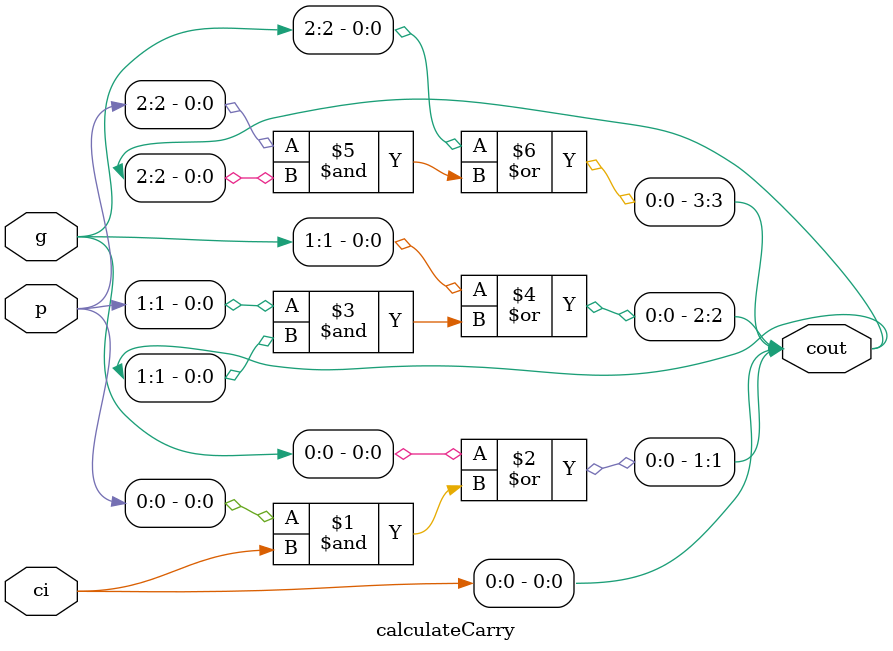
<source format=v>
module calculateCarry(input [3:0] p, g, input ci, output [3:0] cout);
assign cout[0] = ci;
genvar j;
for(j=1; j<4; j = j+1) begin 
assign cout[j] = g[j-1] | (p[j-1]&cout[j-1]);
end 
endmodule 
</source>
